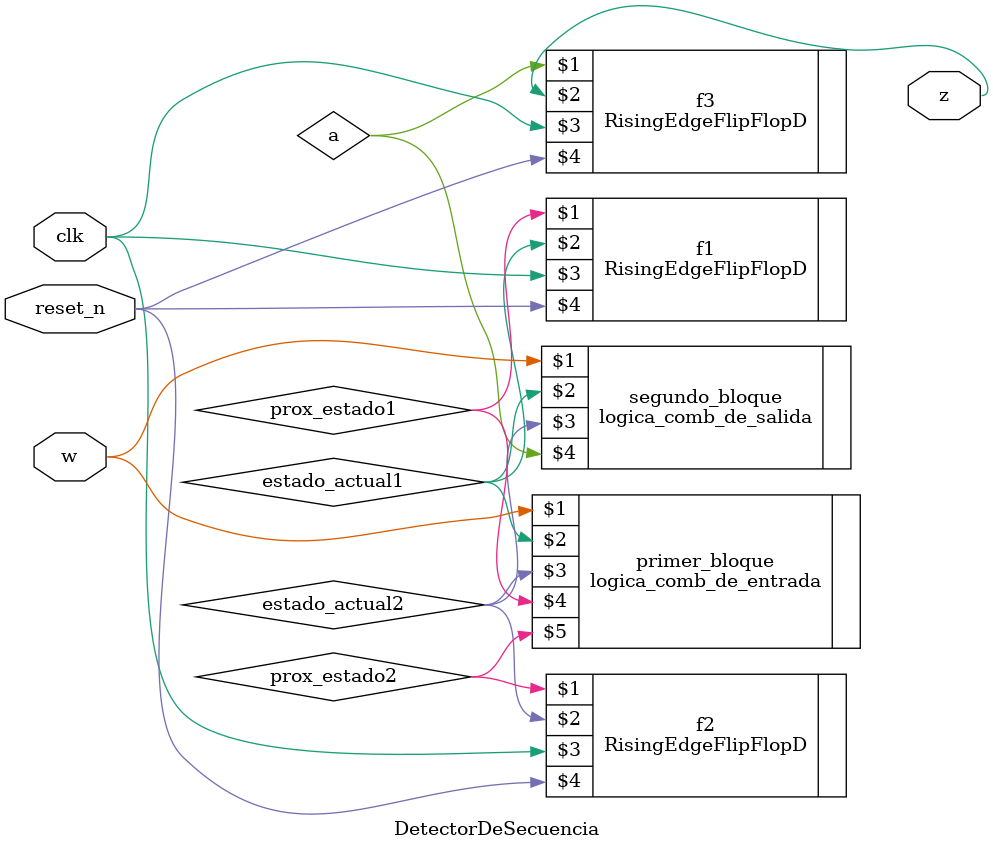
<source format=v>
module DetectorDeSecuencia(
    w,
    z,
    clk,
    reset_n
);
input clk; //Entrada de clock
input reset_n; //Entrada de reset
input w; //bit detectado.
output z;
wire a;
wire estado_actual1;
wire estado_actual2;
wire prox_estado1;
wire prox_estado2;
//Etapa de la logicca de entrada
logica_comb_de_entrada primer_bloque(w,estado_actual1, estado_actual2,prox_estado1,prox_estado2);
//Etapa de flip-flops donde se guarda el estado actual.
RisingEdgeFlipFlopD f1(prox_estado1,estado_actual1,clk,reset_n);
RisingEdgeFlipFlopD f2(prox_estado2,estado_actual2,clk,reset_n);
//Etapa de la logica de salida
logica_comb_de_salida segundo_bloque(w,estado_actual1,estado_actual2,a);
RisingEdgeFlipFlopD f3(a,z,clk,reset_n); //Flip flop a la salida para asegurar que
                                        //el output sea sincronico.

endmodule 
</source>
